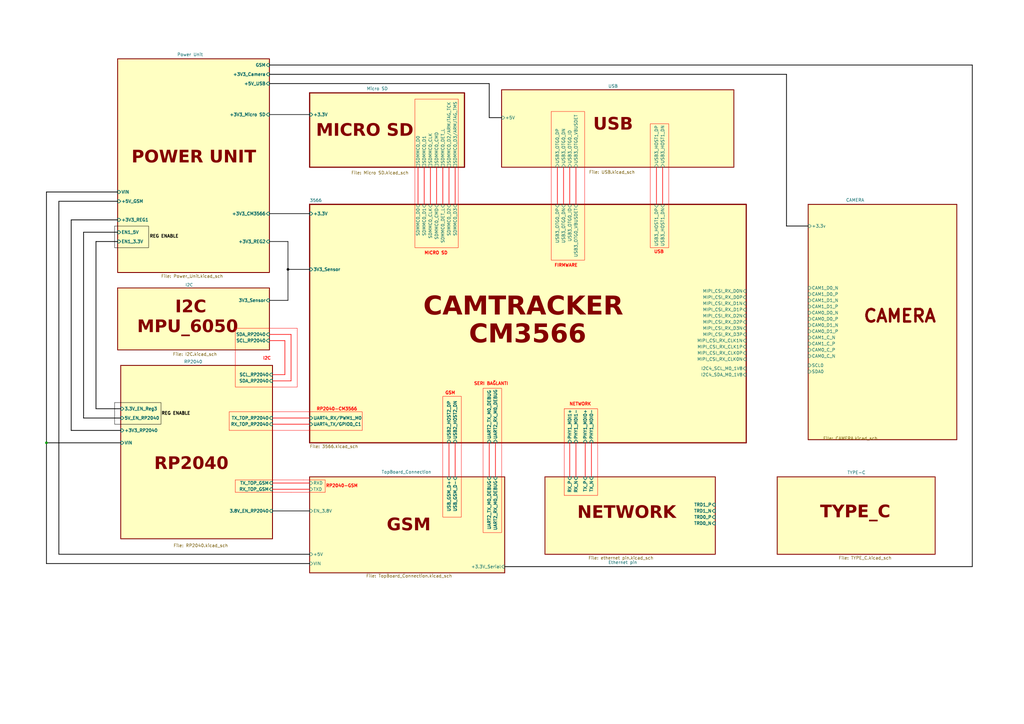
<source format=kicad_sch>
(kicad_sch
	(version 20231120)
	(generator "eeschema")
	(generator_version "8.0")
	(uuid "25e5aa8e-2696-44a3-8d3c-c2c53f2923cf")
	(paper "A3")
	(title_block
		(title "CamTracker")
		(date "2022-09-20")
		(rev "REV1")
		(company "SmartEQ Bilisim")
	)
	(lib_symbols)
	(junction
		(at 19.05 181.61)
		(diameter 0)
		(color 0 0 0 0)
		(uuid "9b0ecc22-6f9a-4b96-a078-7c5f6f169464")
	)
	(junction
		(at 118.11 110.49)
		(diameter 0)
		(color 0 0 0 1)
		(uuid "c847fc09-6e83-4b17-ae87-d7287296b04b")
	)
	(wire
		(pts
			(xy 181.61 68.58) (xy 181.61 83.82)
		)
		(stroke
			(width 0.254)
			(type default)
			(color 255 0 0 1)
		)
		(uuid "07853061-071d-43fa-9ed2-342e49f3a89f")
	)
	(wire
		(pts
			(xy 19.05 78.74) (xy 48.26 78.74)
		)
		(stroke
			(width 0.3048)
			(type default)
			(color 0 0 0 1)
		)
		(uuid "0dd1bc66-2e6f-498c-a90f-cf08d461cb72")
	)
	(wire
		(pts
			(xy 203.2 181.61) (xy 203.2 195.58)
		)
		(stroke
			(width 0.254)
			(type default)
			(color 255 0 0 1)
		)
		(uuid "15a612f5-4195-46c2-a942-3b9fdc3e71f3")
	)
	(polyline
		(pts
			(xy 124.46 196.85) (xy 133.35 196.85)
		)
		(stroke
			(width 0)
			(type default)
			(color 255 0 0 1)
		)
		(uuid "1af8ff67-1c37-4bb0-973b-033bf83715f4")
	)
	(wire
		(pts
			(xy 176.53 68.58) (xy 176.53 83.82)
		)
		(stroke
			(width 0.254)
			(type default)
			(color 255 0 0 1)
		)
		(uuid "1c078ad3-d9a1-40cd-a40a-8173324035bd")
	)
	(wire
		(pts
			(xy 184.15 181.61) (xy 184.15 195.58)
		)
		(stroke
			(width 0.254)
			(type default)
			(color 255 0 0 1)
		)
		(uuid "1c4aff12-02b0-40cf-8fbd-5a8968c67b88")
	)
	(wire
		(pts
			(xy 118.11 110.49) (xy 127 110.49)
		)
		(stroke
			(width 0.254)
			(type default)
			(color 0 0 0 1)
		)
		(uuid "230ade75-15f2-48b8-b80f-fcb045dfedfb")
	)
	(wire
		(pts
			(xy 110.49 87.63) (xy 127 87.63)
		)
		(stroke
			(width 0.254)
			(type default)
			(color 0 0 0 1)
		)
		(uuid "2438cad9-9a39-42ff-826a-d1adfc6b5d8f")
	)
	(wire
		(pts
			(xy 184.15 68.58) (xy 184.15 83.82)
		)
		(stroke
			(width 0.254)
			(type default)
			(color 255 0 0 1)
		)
		(uuid "25c433d6-a4cb-4e63-b2ff-da1aad0b4acf")
	)
	(wire
		(pts
			(xy 111.76 171.45) (xy 127 171.45)
		)
		(stroke
			(width 0.254)
			(type default)
			(color 255 0 0 1)
		)
		(uuid "26b6131e-ff14-420d-96de-f83c1c15d03a")
	)
	(wire
		(pts
			(xy 111.76 153.67) (xy 116.84 153.67)
		)
		(stroke
			(width 0.254)
			(type default)
			(color 255 0 0 1)
		)
		(uuid "2a1efa2e-96b3-4079-8918-c33627f0ab3e")
	)
	(wire
		(pts
			(xy 186.69 181.61) (xy 186.69 195.58)
		)
		(stroke
			(width 0.254)
			(type default)
			(color 255 0 0 1)
		)
		(uuid "2bd11906-baab-439e-8734-fd10272bca8b")
	)
	(wire
		(pts
			(xy 173.99 68.58) (xy 173.99 83.82)
		)
		(stroke
			(width 0.254)
			(type default)
			(color 255 0 0 1)
		)
		(uuid "2c2619aa-78e0-4d98-94ea-36ed43146643")
	)
	(wire
		(pts
			(xy 29.21 90.17) (xy 29.21 176.53)
		)
		(stroke
			(width 0.3048)
			(type default)
			(color 0 0 0 1)
		)
		(uuid "306bfa59-6813-46c7-beea-43ed96844a34")
	)
	(wire
		(pts
			(xy 236.22 181.61) (xy 236.22 195.58)
		)
		(stroke
			(width 0.254)
			(type default)
			(color 255 0 0 1)
		)
		(uuid "347597a1-a375-4eaa-a872-71051ca2372a")
	)
	(wire
		(pts
			(xy 271.78 68.58) (xy 271.78 83.82)
		)
		(stroke
			(width 0.254)
			(type default)
			(color 255 0 0 1)
		)
		(uuid "36fa52f2-8bca-48c2-bfb9-acdf50d17f58")
	)
	(wire
		(pts
			(xy 24.13 82.55) (xy 48.26 82.55)
		)
		(stroke
			(width 0.3048)
			(type default)
			(color 0 0 0 1)
		)
		(uuid "3f791115-98af-4b03-aeee-b193ea911553")
	)
	(wire
		(pts
			(xy 34.29 95.25) (xy 48.26 95.25)
		)
		(stroke
			(width 0.3048)
			(type default)
			(color 0 0 0 1)
		)
		(uuid "4443224d-488a-404e-9b35-351f45d33671")
	)
	(wire
		(pts
			(xy 231.14 68.58) (xy 231.14 83.82)
		)
		(stroke
			(width 0.254)
			(type default)
			(color 255 0 0 1)
		)
		(uuid "45c23cf8-7760-4a5b-9f0f-013bff14084e")
	)
	(wire
		(pts
			(xy 110.49 123.19) (xy 118.11 123.19)
		)
		(stroke
			(width 0.254)
			(type default)
			(color 0 0 0 1)
		)
		(uuid "460c8355-5421-403c-af75-23731246e9ef")
	)
	(wire
		(pts
			(xy 29.21 90.17) (xy 48.26 90.17)
		)
		(stroke
			(width 0.3048)
			(type default)
			(color 0 0 0 1)
		)
		(uuid "492aa702-7ee3-4b5b-9845-d88b61b09a33")
	)
	(wire
		(pts
			(xy 19.05 78.74) (xy 19.05 181.61)
		)
		(stroke
			(width 0.3048)
			(type default)
			(color 0 0 0 1)
		)
		(uuid "4dc95e8d-35f9-4ee8-bb0b-39ef637799e4")
	)
	(wire
		(pts
			(xy 34.29 171.45) (xy 49.53 171.45)
		)
		(stroke
			(width 0.3048)
			(type default)
			(color 0 0 0 1)
		)
		(uuid "506d66a8-80a2-400d-a5af-ac6030f9d22f")
	)
	(wire
		(pts
			(xy 19.05 181.61) (xy 49.53 181.61)
		)
		(stroke
			(width 0.3048)
			(type default)
			(color 0 0 0 1)
		)
		(uuid "50fd5b43-6292-4544-a88c-2926d9bd8b95")
	)
	(wire
		(pts
			(xy 111.76 173.99) (xy 127 173.99)
		)
		(stroke
			(width 0.254)
			(type default)
			(color 255 0 0 1)
		)
		(uuid "55905c46-92c0-4d49-b317-35ebb406ac55")
	)
	(wire
		(pts
			(xy 110.49 34.29) (xy 200.66 34.29)
		)
		(stroke
			(width 0.3048)
			(type default)
			(color 0 0 0 1)
		)
		(uuid "5ca89ed5-4a55-486b-9949-dd7dc0f7bfaa")
	)
	(wire
		(pts
			(xy 228.6 68.58) (xy 228.6 83.82)
		)
		(stroke
			(width 0.254)
			(type default)
			(color 255 0 0 1)
		)
		(uuid "5daf5413-198f-4fe9-9930-034d7f0fd1dd")
	)
	(wire
		(pts
			(xy 322.58 92.71) (xy 331.47 92.71)
		)
		(stroke
			(width 0.3048)
			(type default)
			(color 0 0 0 1)
		)
		(uuid "5ff1495a-c49f-477f-bf30-00532bb0bc23")
	)
	(wire
		(pts
			(xy 110.49 46.99) (xy 127 46.99)
		)
		(stroke
			(width 0.254)
			(type default)
			(color 0 0 0 1)
		)
		(uuid "60c3570b-8555-46a7-b301-87c3b19a7474")
	)
	(wire
		(pts
			(xy 179.07 68.58) (xy 179.07 83.82)
		)
		(stroke
			(width 0.254)
			(type default)
			(color 255 0 0 1)
		)
		(uuid "6ff2722d-86d0-4dc7-842a-be410e343d04")
	)
	(wire
		(pts
			(xy 233.68 68.58) (xy 233.68 83.82)
		)
		(stroke
			(width 0.254)
			(type default)
			(color 255 0 0 1)
		)
		(uuid "77228072-a532-4351-9d02-0864fcde049b")
	)
	(wire
		(pts
			(xy 200.66 34.29) (xy 200.66 48.26)
		)
		(stroke
			(width 0.3048)
			(type default)
			(color 0 0 0 1)
		)
		(uuid "84a0243b-1db2-4c03-8e3b-b967d8880ae2")
	)
	(wire
		(pts
			(xy 39.37 167.64) (xy 49.53 167.64)
		)
		(stroke
			(width 0.3048)
			(type default)
			(color 0 0 0 1)
		)
		(uuid "86fb4ed5-aea4-4d80-b0f4-10106500a231")
	)
	(wire
		(pts
			(xy 186.69 68.58) (xy 186.69 83.82)
		)
		(stroke
			(width 0.254)
			(type default)
			(color 255 0 0 1)
		)
		(uuid "88ae82d3-7cb4-40ab-a99f-6a283b46b502")
	)
	(wire
		(pts
			(xy 111.76 209.55) (xy 127 209.55)
		)
		(stroke
			(width 0.254)
			(type default)
			(color 0 0 0 1)
		)
		(uuid "8f9fafad-7f22-4a89-9ea5-5c5ca1d88c51")
	)
	(wire
		(pts
			(xy 110.49 26.67) (xy 398.78 26.67)
		)
		(stroke
			(width 0.3048)
			(type default)
			(color 0 0 0 1)
		)
		(uuid "95bcb342-b6f0-470b-b38b-dea8da76a086")
	)
	(wire
		(pts
			(xy 118.11 110.49) (xy 118.11 123.19)
		)
		(stroke
			(width 0.254)
			(type default)
			(color 0 0 0 1)
		)
		(uuid "a20326ae-726d-4f82-82fa-6e79772c13d4")
	)
	(wire
		(pts
			(xy 110.49 137.16) (xy 119.38 137.16)
		)
		(stroke
			(width 0.254)
			(type default)
			(color 255 0 0 1)
		)
		(uuid "a62de38c-2e92-44c4-972a-355c8ff57547")
	)
	(wire
		(pts
			(xy 240.03 181.61) (xy 240.03 195.58)
		)
		(stroke
			(width 0.254)
			(type default)
			(color 255 0 0 1)
		)
		(uuid "a840e9d0-44af-467f-a55c-14810e1f0faa")
	)
	(wire
		(pts
			(xy 200.66 48.26) (xy 205.74 48.26)
		)
		(stroke
			(width 0.3048)
			(type default)
			(color 0 0 0 1)
		)
		(uuid "aec02fd1-f0c9-4d14-821c-c264c98b1e4e")
	)
	(wire
		(pts
			(xy 233.68 181.61) (xy 233.68 195.58)
		)
		(stroke
			(width 0.254)
			(type default)
			(color 255 0 0 1)
		)
		(uuid "b071e0e5-6f56-4afc-ad93-9ca977edd212")
	)
	(wire
		(pts
			(xy 111.76 200.66) (xy 127 200.66)
		)
		(stroke
			(width 0.254)
			(type default)
			(color 255 0 0 1)
		)
		(uuid "b1ef7e10-bbe8-46aa-acff-652a2c4ec980")
	)
	(wire
		(pts
			(xy 171.45 68.58) (xy 171.45 83.82)
		)
		(stroke
			(width 0.254)
			(type default)
			(color 255 0 0 1)
		)
		(uuid "b201ef1d-56ae-4a51-b696-be8a712ada2b")
	)
	(wire
		(pts
			(xy 118.11 99.06) (xy 118.11 110.49)
		)
		(stroke
			(width 0.254)
			(type default)
			(color 0 0 0 1)
		)
		(uuid "b718500f-1448-4f4f-91bb-ecb85cc39b7e")
	)
	(wire
		(pts
			(xy 119.38 137.16) (xy 119.38 156.21)
		)
		(stroke
			(width 0.254)
			(type default)
			(color 255 0 0 1)
		)
		(uuid "ba1bf5ef-5042-4bf5-a968-7bc569445fd7")
	)
	(wire
		(pts
			(xy 29.21 176.53) (xy 49.53 176.53)
		)
		(stroke
			(width 0.3048)
			(type default)
			(color 0 0 0 1)
		)
		(uuid "baad9f45-8a10-4d95-b14e-73c64bb84202")
	)
	(wire
		(pts
			(xy 110.49 30.48) (xy 322.58 30.48)
		)
		(stroke
			(width 0.3048)
			(type default)
			(color 0 0 0 1)
		)
		(uuid "bdadeb1d-14c1-4d94-8483-e5222f33d505")
	)
	(wire
		(pts
			(xy 110.49 139.7) (xy 116.84 139.7)
		)
		(stroke
			(width 0.254)
			(type default)
			(color 255 0 0 1)
		)
		(uuid "bdc83ff0-9c82-4d33-84ba-a471f9b6f619")
	)
	(wire
		(pts
			(xy 116.84 139.7) (xy 116.84 153.67)
		)
		(stroke
			(width 0.254)
			(type default)
			(color 255 0 0 1)
		)
		(uuid "beacb67e-a92f-43db-aed1-e285e43e0ef5")
	)
	(wire
		(pts
			(xy 111.76 156.21) (xy 119.38 156.21)
		)
		(stroke
			(width 0.254)
			(type default)
			(color 255 0 0 1)
		)
		(uuid "c0c89e3a-7b15-4686-a395-d7fc9454b829")
	)
	(wire
		(pts
			(xy 24.13 82.55) (xy 24.13 227.33)
		)
		(stroke
			(width 0.3048)
			(type default)
			(color 0 0 0 1)
		)
		(uuid "c1d7bf64-e4f4-4d4b-b321-3fb9ea8ef8ba")
	)
	(wire
		(pts
			(xy 19.05 231.14) (xy 127 231.14)
		)
		(stroke
			(width 0.3048)
			(type default)
			(color 0 0 0 1)
		)
		(uuid "c653b7b6-9340-4f9c-962a-da855dd00bbf")
	)
	(wire
		(pts
			(xy 269.24 68.58) (xy 269.24 83.82)
		)
		(stroke
			(width 0.254)
			(type default)
			(color 255 0 0 1)
		)
		(uuid "c81886f3-3af3-44ca-84f2-9c602bba8429")
	)
	(wire
		(pts
			(xy 24.13 227.33) (xy 127 227.33)
		)
		(stroke
			(width 0.3048)
			(type default)
			(color 0 0 0 1)
		)
		(uuid "ca9c2b7e-6c3c-49b4-a04a-dfae38afa36b")
	)
	(wire
		(pts
			(xy 34.29 95.25) (xy 34.29 171.45)
		)
		(stroke
			(width 0.3048)
			(type default)
			(color 0 0 0 1)
		)
		(uuid "cb68eaef-7636-4a4f-9f99-2b3022a0aa2d")
	)
	(wire
		(pts
			(xy 110.49 99.06) (xy 118.11 99.06)
		)
		(stroke
			(width 0.254)
			(type default)
			(color 0 0 0 1)
		)
		(uuid "ce0e8216-4108-492e-a954-50e4a64eddfb")
	)
	(polyline
		(pts
			(xy 96.52 196.85) (xy 96.52 201.93)
		)
		(stroke
			(width 0)
			(type default)
			(color 255 0 0 1)
		)
		(uuid "d04f819f-6ffb-4d6b-b3c6-77af23297941")
	)
	(wire
		(pts
			(xy 242.57 181.61) (xy 242.57 195.58)
		)
		(stroke
			(width 0.254)
			(type default)
			(color 255 0 0 1)
		)
		(uuid "d25a3fbf-cdbc-4a01-b640-e1395efe61c4")
	)
	(wire
		(pts
			(xy 19.05 181.61) (xy 19.05 231.14)
		)
		(stroke
			(width 0.3048)
			(type default)
			(color 0 0 0 1)
		)
		(uuid "d649b8d9-0059-4659-b29e-1583d07b9a21")
	)
	(wire
		(pts
			(xy 39.37 99.06) (xy 39.37 167.64)
		)
		(stroke
			(width 0.3048)
			(type default)
			(color 0 0 0 1)
		)
		(uuid "da03981e-9da0-4c7b-86cf-16d3be616b51")
	)
	(polyline
		(pts
			(xy 96.52 201.93) (xy 119.38 201.93)
		)
		(stroke
			(width 0)
			(type default)
			(color 255 0 0 1)
		)
		(uuid "db9438cb-656c-4ec5-8af8-bc4890e553bb")
	)
	(polyline
		(pts
			(xy 96.52 196.85) (xy 124.46 196.85)
		)
		(stroke
			(width 0)
			(type default)
			(color 255 0 0 1)
		)
		(uuid "de731504-3cfd-41fe-acdd-4c7a67725afa")
	)
	(wire
		(pts
			(xy 236.22 68.58) (xy 236.22 83.82)
		)
		(stroke
			(width 0.254)
			(type default)
			(color 255 0 0 1)
		)
		(uuid "e5ae93c0-db1f-497f-af1e-8a1191e5fb2e")
	)
	(wire
		(pts
			(xy 398.78 26.67) (xy 398.78 232.41)
		)
		(stroke
			(width 0.3048)
			(type default)
			(color 0 0 0 1)
		)
		(uuid "eaeb0ed8-a582-4d33-b88f-4e4bec11539b")
	)
	(wire
		(pts
			(xy 207.01 232.41) (xy 398.78 232.41)
		)
		(stroke
			(width 0.3048)
			(type default)
			(color 0 0 0 1)
		)
		(uuid "f2b01686-7c39-49d4-9d39-a3e0fc1eaa46")
	)
	(polyline
		(pts
			(xy 133.35 196.85) (xy 133.35 201.93)
		)
		(stroke
			(width 0)
			(type default)
			(color 255 0 0 1)
		)
		(uuid "f2c38cdd-2d7c-4f95-8b29-896a1518cc82")
	)
	(wire
		(pts
			(xy 322.58 30.48) (xy 322.58 92.71)
		)
		(stroke
			(width 0.3048)
			(type default)
			(color 0 0 0 1)
		)
		(uuid "f6a8703a-ef14-4e90-81d0-1fdfc5bfa7ce")
	)
	(polyline
		(pts
			(xy 119.38 201.93) (xy 133.35 201.93)
		)
		(stroke
			(width 0)
			(type default)
			(color 255 0 0 1)
		)
		(uuid "f92f7d7d-ab91-4985-91d8-b677989b676d")
	)
	(wire
		(pts
			(xy 200.66 181.61) (xy 200.66 195.58)
		)
		(stroke
			(width 0.254)
			(type default)
			(color 255 0 0 1)
		)
		(uuid "fa8c17e1-c5d0-459b-8721-765b4cb8dade")
	)
	(wire
		(pts
			(xy 39.37 99.06) (xy 48.26 99.06)
		)
		(stroke
			(width 0.3048)
			(type default)
			(color 0 0 0 1)
		)
		(uuid "fabc60f9-e3a1-4847-b87a-54491da95e3b")
	)
	(wire
		(pts
			(xy 111.76 198.12) (xy 127 198.12)
		)
		(stroke
			(width 0.254)
			(type default)
			(color 255 0 0 1)
		)
		(uuid "fdb712ac-48c0-458b-b5c4-071994cbc488")
	)
	(rectangle
		(start 96.52 134.62)
		(end 121.92 158.75)
		(stroke
			(width 0)
			(type default)
			(color 255 0 0 1)
		)
		(fill
			(type none)
		)
		(uuid 17332177-51d5-475b-91f9-1ca6fea2c173)
	)
	(rectangle
		(start 46.99 165.1)
		(end 66.04 173.99)
		(stroke
			(width 0)
			(type default)
			(color 0 0 0 1)
		)
		(fill
			(type none)
		)
		(uuid 1d8ba962-913a-4590-bb02-99ed4489c5ab)
	)
	(rectangle
		(start 170.18 40.64)
		(end 187.96 101.6)
		(stroke
			(width 0)
			(type default)
			(color 255 0 0 1)
		)
		(fill
			(type none)
		)
		(uuid 31b1c959-6f4c-4c39-835a-bbcb4e557c54)
	)
	(rectangle
		(start 198.12 159.258)
		(end 205.74 218.44)
		(stroke
			(width 0)
			(type default)
			(color 255 0 0 1)
		)
		(fill
			(type none)
		)
		(uuid 3e58ca99-6771-4bff-ac3a-e6839504180e)
	)
	(rectangle
		(start 231.394 167.64)
		(end 245.11 203.2)
		(stroke
			(width 0)
			(type default)
			(color 255 0 0 1)
		)
		(fill
			(type none)
		)
		(uuid 51343f39-9bff-4c62-8b55-d15e57b007f7)
	)
	(rectangle
		(start 181.61 162.56)
		(end 189.23 212.09)
		(stroke
			(width 0)
			(type default)
			(color 255 0 0 1)
		)
		(fill
			(type none)
		)
		(uuid 5c962938-6063-4bb0-bd96-1bb43bc91893)
	)
	(rectangle
		(start 226.06 45.72)
		(end 239.776 106.68)
		(stroke
			(width 0)
			(type default)
			(color 255 0 0 1)
		)
		(fill
			(type none)
		)
		(uuid 5e3ccfaa-ebf5-4beb-958a-851eba1bd7bb)
	)
	(rectangle
		(start 46.99 92.71)
		(end 60.96 101.6)
		(stroke
			(width 0)
			(type default)
			(color 0 0 0 1)
		)
		(fill
			(type none)
		)
		(uuid 8ba4595a-9235-4e6e-af14-a3e834886e57)
	)
	(rectangle
		(start 266.7 50.8)
		(end 274.32 101.6)
		(stroke
			(width 0)
			(type default)
			(color 255 0 0 1)
		)
		(fill
			(type none)
		)
		(uuid e005b9f4-f970-4169-9e9b-ca7c9e0ecf2e)
	)
	(rectangle
		(start 93.98 168.91)
		(end 148.59 176.53)
		(stroke
			(width 0)
			(type default)
			(color 255 0 0 1)
		)
		(fill
			(type none)
		)
		(uuid fea90f85-85f1-462c-a17a-4a37b021f2b1)
	)
	(text "REG ENABLE"
		(exclude_from_sim no)
		(at 67.31 97.028 0)
		(effects
			(font
				(size 1.27 1.27)
				(thickness 0.254)
				(bold yes)
				(color 0 0 0 1)
			)
		)
		(uuid "02a71b67-8601-446e-a9b8-957f78e11666")
	)
	(text "SERI BAĞLANTI\n"
		(exclude_from_sim no)
		(at 201.422 157.48 0)
		(effects
			(font
				(size 1.27 1.27)
				(thickness 0.254)
				(bold yes)
				(color 255 0 0 1)
			)
		)
		(uuid "285de307-053b-4ce6-9c09-658c16f187a0")
	)
	(text "CM3566"
		(exclude_from_sim no)
		(at 216.408 139.446 0)
		(effects
			(font
				(face "Academy Engraved LET")
				(size 7.62 7.62)
				(thickness 0.508)
				(bold yes)
				(color 132 0 0 1)
			)
		)
		(uuid "3d347374-542d-4e1d-b834-1b5aae2def4e")
	)
	(text "GSM"
		(exclude_from_sim no)
		(at 167.64 216.916 0)
		(effects
			(font
				(face "Academy Engraved LET")
				(size 5.08 5.08)
				(thickness 0.508)
				(bold yes)
				(color 132 0 0 1)
			)
		)
		(uuid "570bb4d5-4a4d-4101-914e-a4dbdfc91d8f")
	)
	(text "RP2040"
		(exclude_from_sim no)
		(at 78.486 191.77 0)
		(effects
			(font
				(face "Academy Engraved LET")
				(size 5.08 5.08)
				(thickness 0.508)
				(bold yes)
				(color 132 0 0 1)
			)
		)
		(uuid "59011b64-68ed-4a61-8a75-3c2cfbc824f5")
	)
	(text "MICRO SD"
		(exclude_from_sim no)
		(at 178.816 103.886 0)
		(effects
			(font
				(size 1.27 1.27)
				(thickness 0.254)
				(bold yes)
				(color 255 0 0 1)
			)
		)
		(uuid "5fbc58c4-d9bc-4c0c-9b49-fa69678e446a")
	)
	(text "TYPE_C\n"
		(exclude_from_sim no)
		(at 350.774 211.582 0)
		(effects
			(font
				(face "Academy Engraved LET")
				(size 5.08 5.08)
				(thickness 0.508)
				(bold yes)
				(color 132 0 0 1)
			)
		)
		(uuid "6b69d749-810c-4a1b-a682-154bfe7a705d")
	)
	(text "RP2040-GSM"
		(exclude_from_sim no)
		(at 140.208 199.39 0)
		(effects
			(font
				(size 1.27 1.27)
				(thickness 0.254)
				(bold yes)
				(color 255 0 0 1)
			)
		)
		(uuid "7a7bceab-5052-4a0f-9ce5-c42c9b398ea2")
	)
	(text "RP2040-CM3566"
		(exclude_from_sim no)
		(at 138.176 167.894 0)
		(effects
			(font
				(size 1.27 1.27)
				(thickness 0.254)
				(bold yes)
				(color 255 0 0 1)
			)
		)
		(uuid "7cf7520f-9c37-4c59-a183-1e4004ddb6fa")
	)
	(text "REG ENABLE"
		(exclude_from_sim no)
		(at 72.136 169.672 0)
		(effects
			(font
				(size 1.27 1.27)
				(thickness 0.254)
				(bold yes)
				(color 0 0 0 1)
			)
		)
		(uuid "91493846-956f-4577-986a-fe833be27f51")
	)
	(text "FIRMWARE"
		(exclude_from_sim no)
		(at 232.156 108.966 0)
		(effects
			(font
				(size 1.27 1.27)
				(thickness 0.254)
				(bold yes)
				(color 255 0 0 1)
			)
		)
		(uuid "92668747-8b2c-4fa7-84d2-4bcacbb7c597")
	)
	(text "I2C"
		(exclude_from_sim no)
		(at 109.474 147.066 0)
		(effects
			(font
				(size 1.27 1.27)
				(thickness 0.254)
				(bold yes)
				(color 255 0 0 1)
			)
		)
		(uuid "9ce74471-e2af-4592-a908-8791670abf7a")
	)
	(text "CAMTRACKER"
		(exclude_from_sim no)
		(at 214.63 128.016 0)
		(effects
			(font
				(face "Academy Engraved LET")
				(size 7.62 7.62)
				(thickness 0.508)
				(bold yes)
				(color 132 0 0 1)
			)
		)
		(uuid "9e0998ce-2d25-49f8-9aa4-bdd044fe90a5")
	)
	(text "GSM"
		(exclude_from_sim no)
		(at 184.658 161.29 0)
		(effects
			(font
				(size 1.27 1.27)
				(thickness 0.254)
				(bold yes)
				(color 255 0 0 1)
			)
		)
		(uuid "a5319c70-4690-486b-87af-f33a2d4f2eed")
	)
	(text "I2C"
		(exclude_from_sim no)
		(at 78.232 127.508 0)
		(effects
			(font
				(face "Academy Engraved LET")
				(size 5.08 5.08)
				(thickness 0.508)
				(bold yes)
				(color 132 0 0 1)
			)
		)
		(uuid "bf3ab647-6806-4713-803a-8b4c239ea237")
	)
	(text "USB"
		(exclude_from_sim no)
		(at 251.46 52.578 0)
		(effects
			(font
				(face "Academy Engraved LET")
				(size 5.08 5.08)
				(thickness 0.508)
				(bold yes)
				(color 132 0 0 1)
			)
		)
		(uuid "c4e4a0bc-c880-4984-827b-0bc774964a7d")
	)
	(text "NETWORK"
		(exclude_from_sim no)
		(at 237.998 165.862 0)
		(effects
			(font
				(size 1.27 1.27)
				(thickness 0.254)
				(bold yes)
				(color 255 0 0 1)
			)
		)
		(uuid "c512ac93-f325-48e6-b27a-fc8825dd9972")
	)
	(text "POWER UNIT"
		(exclude_from_sim no)
		(at 79.502 66.04 0)
		(effects
			(font
				(face "Academy Engraved LET")
				(size 5.08 5.08)
				(thickness 0.508)
				(bold yes)
				(color 132 0 0 1)
			)
		)
		(uuid "c85f72a4-fe00-41b8-a594-8f2f58573777")
	)
	(text "MICRO SD\n"
		(exclude_from_sim no)
		(at 149.606 55.118 0)
		(effects
			(font
				(face "Academy Engraved LET")
				(size 5.08 5.08)
				(thickness 0.508)
				(bold yes)
				(color 132 0 0 1)
			)
		)
		(uuid "c917a56c-4b0d-48df-9ddd-bff3cdf2bbd0")
	)
	(text "CAMERA\n"
		(exclude_from_sim no)
		(at 369.062 129.794 0)
		(effects
			(font
				(size 5.08 5.08)
				(thickness 1.016)
				(bold yes)
				(color 132 0 0 1)
			)
		)
		(uuid "ca79d324-8055-49de-b482-2786a19f99cc")
	)
	(text "MPU_6050"
		(exclude_from_sim no)
		(at 76.962 135.636 0)
		(effects
			(font
				(face "Academy Engraved LET")
				(size 5.08 5.08)
				(thickness 0.508)
				(bold yes)
				(color 132 0 0 1)
			)
		)
		(uuid "d7dfa889-7c5d-43f5-baa6-16198f7ab3a8")
	)
	(text "NETWORK"
		(exclude_from_sim no)
		(at 257.048 211.836 0)
		(effects
			(font
				(face "Academy Engraved LET")
				(size 5.08 5.08)
				(thickness 0.508)
				(bold yes)
				(color 132 0 0 1)
			)
		)
		(uuid "e4a23ffd-ec05-4a45-b003-77744370636f")
	)
	(text "USB"
		(exclude_from_sim no)
		(at 270.256 103.378 0)
		(effects
			(font
				(size 1.27 1.27)
				(thickness 0.254)
				(bold yes)
				(color 255 0 0 1)
			)
		)
		(uuid "e7d14859-4772-48ee-af26-450202a1b7aa")
	)
	(sheet
		(at 49.53 149.86)
		(size 62.23 71.12)
		(stroke
			(width 0.381)
			(type solid)
		)
		(fill
			(color 255 255 194 1.0000)
		)
		(uuid "1147878d-87e6-4054-a960-524e5dd813b0")
		(property "Sheetname" "RP2040"
			(at 75.438 149.098 0)
			(effects
				(font
					(size 1.27 1.27)
				)
				(justify left bottom)
			)
		)
		(property "Sheetfile" "RP2040.kicad_sch"
			(at 71.12 223.012 0)
			(effects
				(font
					(size 1.27 1.27)
				)
				(justify left top)
			)
		)
		(pin "SDA_RP2040" input
			(at 111.76 156.21 0)
			(effects
				(font
					(size 1.27 1.27)
					(thickness 0.254)
					(bold yes)
				)
				(justify right)
			)
			(uuid "4be6db95-e146-420b-aca1-cf754c128a3b")
		)
		(pin "SCL_RP2040" input
			(at 111.76 153.67 0)
			(effects
				(font
					(size 1.27 1.27)
					(thickness 0.254)
					(bold yes)
				)
				(justify right)
			)
			(uuid "ac565da2-efea-4690-87fb-9a8ec7bfeeb0")
		)
		(pin "TX_TOP_RP2040" input
			(at 111.76 171.45 0)
			(effects
				(font
					(size 1.27 1.27)
					(thickness 0.254)
					(bold yes)
				)
				(justify right)
			)
			(uuid "abeea0ae-86a7-4f8b-a645-6bf752aa4f48")
		)
		(pin "RX_TOP_RP2040" input
			(at 111.76 173.99 0)
			(effects
				(font
					(size 1.27 1.27)
					(thickness 0.254)
					(bold yes)
				)
				(justify right)
			)
			(uuid "841e7abc-5593-4cb2-95d2-e2922c9ac72a")
		)
		(pin "TX_TOP_GSM" input
			(at 111.76 198.12 0)
			(effects
				(font
					(size 1.27 1.27)
					(thickness 0.254)
					(bold yes)
				)
				(justify right)
			)
			(uuid "2152f9d7-3682-4b75-9a51-d5a8073e3494")
		)
		(pin "RX_TOP_GSM" input
			(at 111.76 200.66 0)
			(effects
				(font
					(size 1.27 1.27)
					(thickness 0.254)
					(bold yes)
				)
				(justify right)
			)
			(uuid "d5829c85-f115-4f4b-b0e6-5018c9dbb817")
		)
		(pin "+3V3_RP2040" input
			(at 49.53 176.53 180)
			(effects
				(font
					(size 1.27 1.27)
					(thickness 0.254)
					(bold yes)
				)
				(justify left)
			)
			(uuid "5aa6cb7a-8ea2-423e-ad47-e0e32b4cab40")
		)
		(pin "3.8V_EN_RP2040" input
			(at 111.76 209.55 0)
			(effects
				(font
					(size 1.27 1.27)
					(thickness 0.254)
					(bold yes)
				)
				(justify right)
			)
			(uuid "6fcedf1d-892b-4699-afd5-5e066f2c0b2c")
		)
		(pin "5V_EN_RP2040" input
			(at 49.53 171.45 180)
			(effects
				(font
					(size 1.27 1.27)
					(thickness 0.254)
					(bold yes)
				)
				(justify left)
			)
			(uuid "bb0798bc-f6ec-4699-90d6-81377808fa36")
		)
		(pin "VIN" input
			(at 49.53 181.61 180)
			(effects
				(font
					(size 1.27 1.27)
					(thickness 0.254)
					(bold yes)
				)
				(justify left)
			)
			(uuid "d361f4fe-7cce-4747-9d5d-511c818d78e6")
		)
		(pin "3.3V_EN_Reg3" input
			(at 49.53 167.64 180)
			(effects
				(font
					(size 1.27 1.27)
					(thickness 0.254)
					(bold yes)
				)
				(justify left)
			)
			(uuid "0f22b888-f62b-4718-b95b-a1b032163a24")
		)
		(instances
			(project "Movita_3566_CT_Router_V2.0"
				(path "/25e5aa8e-2696-44a3-8d3c-c2c53f2923cf"
					(page "5")
				)
			)
		)
	)
	(sheet
		(at 127 195.58)
		(size 80.01 39.37)
		(stroke
			(width 0.381)
			(type solid)
		)
		(fill
			(color 255 255 194 1.0000)
		)
		(uuid "1988e811-771a-4880-9d51-b95ca24d711d")
		(property "Sheetname" "TopBoard_Connection"
			(at 156.464 194.31 0)
			(effects
				(font
					(size 1.27 1.27)
				)
				(justify left bottom)
			)
		)
		(property "Sheetfile" "TopBoard_Connection.kicad_sch"
			(at 150.114 235.458 0)
			(effects
				(font
					(size 1.27 1.27)
				)
				(justify left top)
			)
		)
		(pin "USB_GSM_D-" input
			(at 186.69 195.58 90)
			(effects
				(font
					(size 1.27 1.27)
					(thickness 0.254)
					(bold yes)
				)
				(justify right)
			)
			(uuid "32715bd4-8848-4734-b747-c110bf99b2d0")
		)
		(pin "USB_GSM_D+" input
			(at 184.15 195.58 90)
			(effects
				(font
					(size 1.27 1.27)
					(thickness 0.254)
					(bold yes)
				)
				(justify right)
			)
			(uuid "fc623207-25f3-43c7-aa50-e740a54d2231")
		)
		(pin "UART2_TX_M0_DEBUG" input
			(at 200.66 195.58 90)
			(effects
				(font
					(size 1.27 1.27)
					(thickness 0.254)
					(bold yes)
				)
				(justify right)
			)
			(uuid "518700dd-0dc5-4613-84fc-663f07577bef")
		)
		(pin "UART2_RX_M0_DEBUG" input
			(at 203.2 195.58 90)
			(effects
				(font
					(size 1.27 1.27)
					(thickness 0.254)
					(bold yes)
				)
				(justify right)
			)
			(uuid "27768cee-3415-4bbb-b4c5-e2b4446375f6")
		)
		(pin "VIN" input
			(at 127 231.14 180)
			(effects
				(font
					(size 1.27 1.27)
				)
				(justify left)
			)
			(uuid "c3cbf7c9-02cf-4c12-b8d0-df8a67558279")
		)
		(pin "RXD" input
			(at 127 198.12 180)
			(effects
				(font
					(size 1.27 1.27)
				)
				(justify left)
			)
			(uuid "d97981cb-7715-427b-bff9-c0fb0a25364f")
		)
		(pin "TXD" input
			(at 127 200.66 180)
			(effects
				(font
					(size 1.27 1.27)
				)
				(justify left)
			)
			(uuid "43158366-db55-49e3-8e9b-7623d0d2c5de")
		)
		(pin "EN_3.8V" input
			(at 127 209.55 180)
			(effects
				(font
					(size 1.27 1.27)
				)
				(justify left)
			)
			(uuid "97ca636b-f091-4e5a-9c9d-241202b2047b")
		)
		(pin "+5V" input
			(at 127 227.33 180)
			(effects
				(font
					(size 1.27 1.27)
				)
				(justify left)
			)
			(uuid "5abb35f2-30a0-4c06-9fa1-6af10ad8711a")
		)
		(pin "+3.3V_Serial" input
			(at 207.01 232.41 0)
			(effects
				(font
					(size 1.27 1.27)
				)
				(justify right)
			)
			(uuid "03d824e2-2058-4b2d-8287-529d488b2a4f")
		)
		(instances
			(project "Movita_3566_CT_Router_V2.0"
				(path "/25e5aa8e-2696-44a3-8d3c-c2c53f2923cf"
					(page "7")
				)
			)
		)
	)
	(sheet
		(at 48.26 118.11)
		(size 62.23 25.4)
		(stroke
			(width 0.381)
			(type solid)
		)
		(fill
			(color 255 255 194 1.0000)
		)
		(uuid "383fcf5a-65f6-49c3-bf77-797c72e18f88")
		(property "Sheetname" "I2C"
			(at 75.946 117.602 0)
			(effects
				(font
					(size 1.27 1.27)
				)
				(justify left bottom)
			)
		)
		(property "Sheetfile" "I2C.kicad_sch"
			(at 70.866 144.526 0)
			(effects
				(font
					(size 1.27 1.27)
				)
				(justify left top)
			)
		)
		(pin "3V3_Sensor" input
			(at 110.49 123.19 0)
			(effects
				(font
					(size 1.27 1.27)
					(thickness 0.254)
					(bold yes)
				)
				(justify right)
			)
			(uuid "2ae350fe-b0c5-42aa-8fb6-b2ec07e527bb")
		)
		(pin "SDA_RP2040" input
			(at 110.49 137.16 0)
			(effects
				(font
					(size 1.27 1.27)
					(thickness 0.254)
					(bold yes)
				)
				(justify right)
			)
			(uuid "fdc3a155-7df9-4484-9c0d-4fd58101c693")
		)
		(pin "SCL_RP2040" input
			(at 110.49 139.7 0)
			(effects
				(font
					(size 1.27 1.27)
					(thickness 0.254)
					(bold yes)
				)
				(justify right)
			)
			(uuid "a6b12abc-13fa-4b12-9b97-e14d1938a071")
		)
		(instances
			(project "Movita_3566_CT_Router_V2.0"
				(path "/25e5aa8e-2696-44a3-8d3c-c2c53f2923cf"
					(page "8")
				)
			)
		)
	)
	(sheet
		(at 127 83.82)
		(size 179.07 97.79)
		(fields_autoplaced yes)
		(stroke
			(width 0.508)
			(type solid)
			(color 132 0 0 1)
		)
		(fill
			(color 255 255 194 1.0000)
		)
		(uuid "5bc3c318-bd5f-4941-a50a-f3947ca4cb24")
		(property "Sheetname" "3566"
			(at 127 82.9306 0)
			(effects
				(font
					(size 1.27 1.27)
				)
				(justify left bottom)
			)
		)
		(property "Sheetfile" "3566.kicad_sch"
			(at 127 182.3724 0)
			(effects
				(font
					(size 1.27 1.27)
				)
				(justify left top)
			)
		)
		(pin "MIPI_CSI_RX_D1N" input
			(at 306.07 124.46 0)
			(effects
				(font
					(size 1.27 1.27)
				)
				(justify right)
			)
			(uuid "3bf40d95-7d05-4f2f-a5d9-b7446960526c")
		)
		(pin "MIPI_CSI_RX_D1P" input
			(at 306.07 127 0)
			(effects
				(font
					(size 1.27 1.27)
				)
				(justify right)
			)
			(uuid "f29d6479-d77e-4cc8-a736-ffd206c5a188")
		)
		(pin "MIPI_CSI_RX_D2N" input
			(at 306.07 129.54 0)
			(effects
				(font
					(size 1.27 1.27)
				)
				(justify right)
			)
			(uuid "1044a961-e4d5-4514-8404-6f8d08f70132")
		)
		(pin "MIPI_CSI_RX_D2P" input
			(at 306.07 132.08 0)
			(effects
				(font
					(size 1.27 1.27)
				)
				(justify right)
			)
			(uuid "3a79b6c0-3cab-42b7-879c-440f57e5d38c")
		)
		(pin "MIPI_CSI_RX_D3P" input
			(at 306.07 137.16 0)
			(effects
				(font
					(size 1.27 1.27)
				)
				(justify right)
			)
			(uuid "e08ac2c1-5c07-4065-b9aa-649c42abdb4f")
		)
		(pin "MIPI_CSI_RX_D3N" input
			(at 306.07 134.62 0)
			(effects
				(font
					(size 1.27 1.27)
				)
				(justify right)
			)
			(uuid "b432de92-61e5-4931-91e5-30696c24b990")
		)
		(pin "MIPI_CSI_RX_CLK1P" input
			(at 306.07 142.24 0)
			(effects
				(font
					(size 1.27 1.27)
				)
				(justify right)
			)
			(uuid "86df3de8-d565-4b44-a275-834e7a48c7a8")
		)
		(pin "MIPI_CSI_RX_CLK1N" input
			(at 306.07 139.7 0)
			(effects
				(font
					(size 1.27 1.27)
				)
				(justify right)
			)
			(uuid "bee9c149-79a5-4ec5-b516-3dcaba4601eb")
		)
		(pin "+3.3V" input
			(at 127 87.63 180)
			(effects
				(font
					(size 1.27 1.27)
					(thickness 0.254)
					(bold yes)
				)
				(justify left)
			)
			(uuid "03d75f8b-d531-428e-a9a2-e73c23e0debb")
		)
		(pin "MIPI_CSI_RX_D0P" input
			(at 306.07 121.92 0)
			(effects
				(font
					(size 1.27 1.27)
				)
				(justify right)
			)
			(uuid "de596059-3d47-40f0-b8ea-7a98fe13417c")
		)
		(pin "MIPI_CSI_RX_CLK0P" input
			(at 306.07 144.78 0)
			(effects
				(font
					(size 1.27 1.27)
				)
				(justify right)
			)
			(uuid "11fc2b22-25b8-487f-aed4-408495e6d476")
		)
		(pin "MIPI_CSI_RX_D0N" input
			(at 306.07 119.38 0)
			(effects
				(font
					(size 1.27 1.27)
				)
				(justify right)
			)
			(uuid "9cfc5912-c329-41d4-9cd4-c78e6eb09fbb")
		)
		(pin "MIPI_CSI_RX_CLK0N" input
			(at 306.07 147.32 0)
			(effects
				(font
					(size 1.27 1.27)
				)
				(justify right)
			)
			(uuid "bf83b66b-8cb8-4f0c-9d4b-027fd8a5e1a9")
		)
		(pin "UART4_RX{slash}PWM1_M0" input
			(at 127 171.45 180)
			(effects
				(font
					(size 1.27 1.27)
					(thickness 0.254)
					(bold yes)
				)
				(justify left)
			)
			(uuid "5a773a71-ff90-4bec-bd8a-75576c425b55")
		)
		(pin "UART4_TX{slash}GPIO0_C1" input
			(at 127 173.99 180)
			(effects
				(font
					(size 1.27 1.27)
					(thickness 0.254)
					(bold yes)
				)
				(justify left)
			)
			(uuid "281afe5c-bd4d-4145-aff5-4c0b40d1c22c")
		)
		(pin "USB2_HOST2_DP" input
			(at 184.15 181.61 270)
			(effects
				(font
					(size 1.27 1.27)
					(thickness 0.254)
					(bold yes)
				)
				(justify left)
			)
			(uuid "036c649c-5728-4810-882a-0824f80c12de")
		)
		(pin "USB2_HOST2_DN" input
			(at 186.69 181.61 270)
			(effects
				(font
					(size 1.27 1.27)
					(thickness 0.254)
					(bold yes)
				)
				(justify left)
			)
			(uuid "52f66ad8-5811-45b8-b9c8-c03869e8bd03")
		)
		(pin "I2C4_SDA_M0_1V8" input
			(at 306.07 153.67 0)
			(effects
				(font
					(size 1.27 1.27)
				)
				(justify right)
			)
			(uuid "3491d938-bb22-49f1-8975-4e74ff041a0a")
		)
		(pin "I2C4_SCL_M0_1V8" input
			(at 306.07 151.13 0)
			(effects
				(font
					(size 1.27 1.27)
				)
				(justify right)
			)
			(uuid "c411e3cb-f29a-4553-af44-5c73ee8396ab")
		)
		(pin "PHY1_MDI1-" input
			(at 236.22 181.61 270)
			(effects
				(font
					(size 1.27 1.27)
					(thickness 0.254)
					(bold yes)
				)
				(justify left)
			)
			(uuid "7099f399-7117-4b12-8972-7d9bd9baa30a")
		)
		(pin "PHY1_MDI0-" input
			(at 242.57 181.61 270)
			(effects
				(font
					(size 1.27 1.27)
					(thickness 0.254)
					(bold yes)
				)
				(justify left)
			)
			(uuid "08d939a7-09ed-40c6-9764-9576cbbcd137")
		)
		(pin "PHY1_MDI1+" input
			(at 233.68 181.61 270)
			(effects
				(font
					(size 1.27 1.27)
					(thickness 0.254)
					(bold yes)
				)
				(justify left)
			)
			(uuid "f85aaea2-5cee-48bd-9af5-a38b90c0ce91")
		)
		(pin "PHY1_MDI0+" input
			(at 240.03 181.61 270)
			(effects
				(font
					(size 1.27 1.27)
					(thickness 0.254)
					(bold yes)
				)
				(justify left)
			)
			(uuid "b82e70da-f6d7-4546-9120-d45c2c8a31c0")
		)
		(pin "3V3_Sensor" input
			(at 127 110.49 180)
			(effects
				(font
					(size 1.27 1.27)
					(thickness 0.254)
					(bold yes)
				)
				(justify left)
			)
			(uuid "0add6b16-c183-464f-846c-3632315b5e75")
		)
		(pin "USB3_OTG0_VBUSDET" input
			(at 236.22 83.82 90)
			(effects
				(font
					(size 1.27 1.27)
				)
				(justify right)
			)
			(uuid "011951e0-1095-40a8-b194-9be05cbb213a")
		)
		(pin "USB3_OTG0_ID" input
			(at 233.68 83.82 90)
			(effects
				(font
					(size 1.27 1.27)
				)
				(justify right)
			)
			(uuid "f55be649-7905-4648-b3c6-3f78ff578d97")
		)
		(pin "USB3_OTG0_DP" input
			(at 228.6 83.82 90)
			(effects
				(font
					(size 1.27 1.27)
				)
				(justify right)
			)
			(uuid "84a84757-c791-45e4-9e01-df00c4e01fa9")
		)
		(pin "USB3_HOST1_DN" input
			(at 271.78 83.82 90)
			(effects
				(font
					(size 1.27 1.27)
				)
				(justify right)
			)
			(uuid "09a9301e-3b8d-4f62-bc57-13cb1e2d07a1")
		)
		(pin "USB3_OTG0_DN" input
			(at 231.14 83.82 90)
			(effects
				(font
					(size 1.27 1.27)
				)
				(justify right)
			)
			(uuid "30c41901-1472-427f-b3d4-4519afa671ba")
		)
		(pin "USB3_HOST1_DP" input
			(at 269.24 83.82 90)
			(effects
				(font
					(size 1.27 1.27)
				)
				(justify right)
			)
			(uuid "2167c7b8-b0a5-4284-9d48-6bfdfde95d13")
		)
		(pin "UART2_TX_M0_DEBUG" input
			(at 200.66 181.61 270)
			(effects
				(font
					(size 1.27 1.27)
					(thickness 0.254)
					(bold yes)
				)
				(justify left)
			)
			(uuid "4584386e-2dbb-4a42-954e-9d48b539070f")
		)
		(pin "UART2_RX_M0_DEBUG" input
			(at 203.2 181.61 270)
			(effects
				(font
					(size 1.27 1.27)
					(thickness 0.254)
					(bold yes)
				)
				(justify left)
			)
			(uuid "18ba28bf-e798-424a-ab76-b3602cf4ba34")
		)
		(pin "SDMMC0_DET_L" input
			(at 181.61 83.82 90)
			(effects
				(font
					(size 1.27 1.27)
				)
				(justify right)
			)
			(uuid "e1b486a7-eaf8-4de3-a806-9c1b566ed319")
		)
		(pin "SDMMC0_CLK" input
			(at 176.53 83.82 90)
			(effects
				(font
					(size 1.27 1.27)
				)
				(justify right)
			)
			(uuid "1c0cf0ff-e691-43c7-958c-a8dd97ff6680")
		)
		(pin "SDMMC0_CMD" input
			(at 179.07 83.82 90)
			(effects
				(font
					(size 1.27 1.27)
				)
				(justify right)
			)
			(uuid "c62256a7-f351-4e8b-a6b5-255b3548e79f")
		)
		(pin "SDMMC0_D3" input
			(at 186.69 83.82 90)
			(effects
				(font
					(size 1.27 1.27)
				)
				(justify right)
			)
			(uuid "6aadc7cc-7a2c-4e7d-90db-408fcc25fae0")
		)
		(pin "SDMMC0_D0" input
			(at 171.45 83.82 90)
			(effects
				(font
					(size 1.27 1.27)
				)
				(justify right)
			)
			(uuid "17719a6b-5fa7-475f-8019-faa8732d9149")
		)
		(pin "SDMMC0_D2" input
			(at 184.15 83.82 90)
			(effects
				(font
					(size 1.27 1.27)
				)
				(justify right)
			)
			(uuid "6513ab7f-f480-4e75-a742-e02bd524d645")
		)
		(pin "SDMMC0_D1" input
			(at 173.99 83.82 90)
			(effects
				(font
					(size 1.27 1.27)
				)
				(justify right)
			)
			(uuid "8e5302dd-a876-49d8-a28a-4105a58ec11f")
		)
		(instances
			(project "Movita_3566_CT_Router_V2.0"
				(path "/25e5aa8e-2696-44a3-8d3c-c2c53f2923cf"
					(page "11")
				)
			)
		)
	)
	(sheet
		(at 205.74 36.83)
		(size 95.25 31.75)
		(stroke
			(width 0.381)
			(type solid)
		)
		(fill
			(color 255 255 194 1.0000)
		)
		(uuid "62d26b0b-2db9-4fe2-ac72-e0fedbabb9b7")
		(property "Sheetname" "USB"
			(at 249.428 36.068 0)
			(effects
				(font
					(size 1.27 1.27)
				)
				(justify left bottom)
			)
		)
		(property "Sheetfile" "USB.kicad_sch"
			(at 241.554 69.85 0)
			(effects
				(font
					(size 1.27 1.27)
				)
				(justify left top)
			)
		)
		(pin "+5V" input
			(at 205.74 48.26 180)
			(effects
				(font
					(size 1.27 1.27)
				)
				(justify left)
			)
			(uuid "8b551db2-e5b0-494f-81ae-7a2300172cdb")
		)
		(pin "USB3_OTG0_VBUSDET" input
			(at 236.22 68.58 270)
			(effects
				(font
					(size 1.27 1.27)
				)
				(justify left)
			)
			(uuid "36b07b0e-8a6d-4ea9-9dc6-2fad739d6b5c")
		)
		(pin "USB3_HOST1_DP" input
			(at 269.24 68.58 270)
			(effects
				(font
					(size 1.27 1.27)
				)
				(justify left)
			)
			(uuid "a73b1af1-765b-4d86-bc43-955f95ed9c1b")
		)
		(pin "USB3_HOST1_DN" input
			(at 271.78 68.58 270)
			(effects
				(font
					(size 1.27 1.27)
				)
				(justify left)
			)
			(uuid "8a305a26-5894-40b5-bd1f-5d7892a651cd")
		)
		(pin "USB3_OTG0_ID" input
			(at 233.68 68.58 270)
			(effects
				(font
					(size 1.27 1.27)
				)
				(justify left)
			)
			(uuid "50660436-36f6-4059-bbee-86b8bf572933")
		)
		(pin "USB3_OTG0_DP" input
			(at 228.6 68.58 270)
			(effects
				(font
					(size 1.27 1.27)
				)
				(justify left)
			)
			(uuid "55d7f876-d52d-4457-8bec-cc1806d72f6a")
		)
		(pin "USB3_OTG0_DN" input
			(at 231.14 68.58 270)
			(effects
				(font
					(size 1.27 1.27)
				)
				(justify left)
			)
			(uuid "a8e0493a-d191-4526-91b1-a1b0f4ae892b")
		)
		(instances
			(project "Movita_3566_CT_Router_V2.0"
				(path "/25e5aa8e-2696-44a3-8d3c-c2c53f2923cf"
					(page "12")
				)
			)
		)
	)
	(sheet
		(at 331.47 83.82)
		(size 60.96 96.52)
		(stroke
			(width 0.381)
			(type solid)
		)
		(fill
			(color 255 255 194 1.0000)
		)
		(uuid "b95e0e73-b949-4c37-857a-15cd5fafca64")
		(property "Sheetname" "CAMERA"
			(at 346.964 82.804 0)
			(effects
				(font
					(size 1.27 1.27)
				)
				(justify left bottom)
			)
		)
		(property "Sheetfile" "CAMERA.kicad_sch"
			(at 337.566 179.07 0)
			(effects
				(font
					(size 1.27 1.27)
				)
				(justify left top)
			)
		)
		(pin "CAM1_D0_N" input
			(at 331.47 118.11 180)
			(effects
				(font
					(size 1.27 1.27)
				)
				(justify left)
			)
			(uuid "48571ffb-e4c6-4334-8193-dacc25614b95")
		)
		(pin "CAM1_D0_P" input
			(at 331.47 120.65 180)
			(effects
				(font
					(size 1.27 1.27)
				)
				(justify left)
			)
			(uuid "8b19c6f7-96b8-40af-85bb-5a7b50e25b76")
		)
		(pin "CAM1_D1_N" input
			(at 331.47 123.19 180)
			(effects
				(font
					(size 1.27 1.27)
				)
				(justify left)
			)
			(uuid "ae832062-72d7-47fb-ad5c-01e8b02aa76f")
		)
		(pin "CAM1_D1_P" input
			(at 331.47 125.73 180)
			(effects
				(font
					(size 1.27 1.27)
				)
				(justify left)
			)
			(uuid "be8d1773-0adb-441a-9d3c-72313bda2d9b")
		)
		(pin "CAM1_C_N" input
			(at 331.47 138.43 180)
			(effects
				(font
					(size 1.27 1.27)
				)
				(justify left)
			)
			(uuid "ab185162-529e-4e04-9980-915fbe47cf62")
		)
		(pin "CAM1_C_P" input
			(at 331.47 140.97 180)
			(effects
				(font
					(size 1.27 1.27)
				)
				(justify left)
			)
			(uuid "0c4eeb28-3245-41b7-a2b2-82d8c08f2fec")
		)
		(pin "SDA0" input
			(at 331.47 152.4 180)
			(effects
				(font
					(size 1.27 1.27)
				)
				(justify left)
			)
			(uuid "f7cf2140-66a6-4554-897a-0614695cd48d")
		)
		(pin "SCL0" input
			(at 331.47 149.86 180)
			(effects
				(font
					(size 1.27 1.27)
				)
				(justify left)
			)
			(uuid "3a1af365-105a-4b6f-8963-b02104e5d61b")
		)
		(pin "+3.3v" input
			(at 331.47 92.71 180)
			(effects
				(font
					(size 1.27 1.27)
				)
				(justify left)
			)
			(uuid "f8c334ac-a99f-455a-bd89-d0b48762c40c")
		)
		(pin "CAM0_D0_N" input
			(at 331.47 128.27 180)
			(effects
				(font
					(size 1.27 1.27)
				)
				(justify left)
			)
			(uuid "31f3509d-ade2-4541-b2b8-e13760bfc98b")
		)
		(pin "CAM0_D0_P" input
			(at 331.47 130.81 180)
			(effects
				(font
					(size 1.27 1.27)
				)
				(justify left)
			)
			(uuid "8cd1cc12-71ec-4a3d-a976-95e1cecb49db")
		)
		(pin "CAM0_D1_N" input
			(at 331.47 133.35 180)
			(effects
				(font
					(size 1.27 1.27)
				)
				(justify left)
			)
			(uuid "20a5ca83-38db-4184-8af9-8ae45ef01fef")
		)
		(pin "CAM0_D1_P" input
			(at 331.47 135.89 180)
			(effects
				(font
					(size 1.27 1.27)
				)
				(justify left)
			)
			(uuid "3843e1ef-f102-418e-90cf-ae9b1e1df446")
		)
		(pin "CAM0_C_N" input
			(at 331.47 146.05 180)
			(effects
				(font
					(size 1.27 1.27)
				)
				(justify left)
			)
			(uuid "43cb0d85-46b8-4d97-9024-cdadd7b933cd")
		)
		(pin "CAM0_C_P" input
			(at 331.47 143.51 180)
			(effects
				(font
					(size 1.27 1.27)
				)
				(justify left)
			)
			(uuid "019ab42c-5150-46e9-ba7a-b719c7a31593")
		)
		(instances
			(project "Movita_3566_CT_Router_V2.0"
				(path "/25e5aa8e-2696-44a3-8d3c-c2c53f2923cf"
					(page "12")
				)
			)
		)
	)
	(sheet
		(at 48.26 24.13)
		(size 62.23 87.63)
		(stroke
			(width 0.381)
			(type solid)
		)
		(fill
			(color 255 255 194 1.0000)
		)
		(uuid "c678bd8c-5c82-4d82-9e56-953defc53f40")
		(property "Sheetname" "Power Unit"
			(at 72.644 23.114 0)
			(effects
				(font
					(size 1.27 1.27)
				)
				(justify left bottom)
			)
		)
		(property "Sheetfile" "Power_Unit.kicad_sch"
			(at 66.04 112.522 0)
			(effects
				(font
					(size 1.27 1.27)
				)
				(justify left top)
			)
		)
		(pin "EN1_5V" input
			(at 48.26 95.25 180)
			(effects
				(font
					(size 1.27 1.27)
					(thickness 0.254)
					(bold yes)
				)
				(justify left)
			)
			(uuid "aacf0657-5df7-4a7a-9ec7-54a39510aab5")
		)
		(pin "EN1_3.3V" input
			(at 48.26 99.06 180)
			(effects
				(font
					(size 1.27 1.27)
					(thickness 0.254)
					(bold yes)
				)
				(justify left)
			)
			(uuid "d385e804-5716-405f-b236-c116ebed4c7f")
		)
		(pin "VIN" input
			(at 48.26 78.74 180)
			(effects
				(font
					(size 1.27 1.27)
					(thickness 0.254)
					(bold yes)
				)
				(justify left)
			)
			(uuid "4b53fe8e-c6d4-4c2f-a720-235e5315c710")
		)
		(pin "+3V3_REG1" input
			(at 48.26 90.17 180)
			(effects
				(font
					(size 1.27 1.27)
					(thickness 0.254)
					(bold yes)
				)
				(justify left)
			)
			(uuid "302d7a6b-7d67-435b-b30f-541474baa98e")
		)
		(pin "+3V3_REG2" input
			(at 110.49 99.06 0)
			(effects
				(font
					(size 1.27 1.27)
					(thickness 0.254)
					(bold yes)
				)
				(justify right)
			)
			(uuid "670b4cbe-1399-44d7-8787-0db517f6e495")
		)
		(pin "+3V3_CM3566" input
			(at 110.49 87.63 0)
			(effects
				(font
					(size 1.27 1.27)
					(thickness 0.254)
					(bold yes)
				)
				(justify right)
			)
			(uuid "a90ba0c6-1c27-410a-8947-b57821d54214")
		)
		(pin "+3V3_Micro SD" input
			(at 110.49 46.99 0)
			(effects
				(font
					(size 1.27 1.27)
					(thickness 0.254)
					(bold yes)
				)
				(justify right)
			)
			(uuid "5e304dea-c871-4b52-bf4a-bcde34c11b5a")
		)
		(pin "GSM" input
			(at 110.49 26.67 0)
			(effects
				(font
					(size 1.27 1.27)
					(thickness 0.254)
					(bold yes)
				)
				(justify right)
			)
			(uuid "a9620e75-01d8-4884-ba58-69e59d840c65")
		)
		(pin "+3V3_Camera" input
			(at 110.49 30.48 0)
			(effects
				(font
					(size 1.27 1.27)
					(thickness 0.254)
					(bold yes)
				)
				(justify right)
			)
			(uuid "3801c475-10d1-4752-b6fa-700c4542c0e3")
		)
		(pin "+5V_GSM" input
			(at 48.26 82.55 180)
			(effects
				(font
					(size 1.27 1.27)
					(thickness 0.254)
					(bold yes)
				)
				(justify left)
			)
			(uuid "d97f7df3-e559-4085-b0e6-061b7f58b4fc")
		)
		(pin "+5V_USB" input
			(at 110.49 34.29 0)
			(effects
				(font
					(size 1.27 1.27)
					(thickness 0.254)
					(bold yes)
				)
				(justify right)
			)
			(uuid "ed9c9801-609f-4022-8d4c-4195f4eb3c76")
		)
		(instances
			(project "Movita_3566_CT_Router_V2.0"
				(path "/25e5aa8e-2696-44a3-8d3c-c2c53f2923cf"
					(page "4")
				)
			)
		)
	)
	(sheet
		(at 223.52 195.58)
		(size 69.85 31.75)
		(stroke
			(width 0.381)
			(type solid)
		)
		(fill
			(color 255 255 194 1.0000)
		)
		(uuid "cc573126-09a5-458d-aef4-03d1a49e48a2")
		(property "Sheetname" "Ethernet pin"
			(at 249.428 231.394 0)
			(effects
				(font
					(size 1.27 1.27)
				)
				(justify left bottom)
			)
		)
		(property "Sheetfile" "ethernet pin.kicad_sch"
			(at 241.3 228.092 0)
			(effects
				(font
					(size 1.27 1.27)
				)
				(justify left top)
			)
		)
		(pin "RX_P" input
			(at 233.68 195.58 90)
			(effects
				(font
					(size 1.27 1.27)
					(thickness 0.254)
					(bold yes)
				)
				(justify right)
			)
			(uuid "2ad000b6-6695-4f0a-889d-39f280d5b777")
		)
		(pin "RX_N" input
			(at 236.22 195.58 90)
			(effects
				(font
					(size 1.27 1.27)
					(thickness 0.254)
					(bold yes)
				)
				(justify right)
			)
			(uuid "eb1940f2-a94e-4c29-afe7-e6760f20991f")
		)
		(pin "TX_P" input
			(at 240.03 195.58 90)
			(effects
				(font
					(size 1.27 1.27)
					(thickness 0.254)
					(bold yes)
				)
				(justify right)
			)
			(uuid "9816fbca-be8f-455a-9370-27af20ae4f35")
		)
		(pin "TX_N" input
			(at 242.57 195.58 90)
			(effects
				(font
					(size 1.27 1.27)
					(thickness 0.254)
					(bold yes)
				)
				(justify right)
			)
			(uuid "e3a73258-0b17-4e66-ba65-a810617dc791")
		)
		(pin "TRD1_P" input
			(at 293.37 207.01 0)
			(effects
				(font
					(size 1.27 1.27)
					(thickness 0.254)
					(bold yes)
				)
				(justify right)
			)
			(uuid "1add62c7-397c-4444-9988-aaee2e402df7")
		)
		(pin "TRD1_N" input
			(at 293.37 209.55 0)
			(effects
				(font
					(size 1.27 1.27)
					(thickness 0.254)
					(bold yes)
				)
				(justify right)
			)
			(uuid "488200f0-0e0b-4372-9ee2-55ce45533089")
		)
		(pin "TRD0_P" input
			(at 293.37 212.09 0)
			(effects
				(font
					(size 1.27 1.27)
					(thickness 0.254)
					(bold yes)
				)
				(justify right)
			)
			(uuid "b754c36d-ca1c-4fba-b9c5-774e80e96bc9")
		)
		(pin "TRD0_N" input
			(at 293.37 214.63 0)
			(effects
				(font
					(size 1.27 1.27)
					(thickness 0.254)
					(bold yes)
				)
				(justify right)
			)
			(uuid "9455484d-678c-461b-a256-42f579a84ac5")
		)
		(instances
			(project "Movita_3566_CT_Router_V2.0"
				(path "/25e5aa8e-2696-44a3-8d3c-c2c53f2923cf"
					(page "9")
				)
			)
		)
	)
	(sheet
		(at 318.77 195.58)
		(size 64.77 31.75)
		(stroke
			(width 0.381)
			(type solid)
			(color 132 0 0 1)
		)
		(fill
			(color 255 255 194 1.0000)
		)
		(uuid "df538ea1-f152-40a6-a302-d26b2b11dd3b")
		(property "Sheetname" "TYPE-C"
			(at 347.472 194.564 0)
			(effects
				(font
					(size 1.27 1.27)
				)
				(justify left bottom)
			)
		)
		(property "Sheetfile" "TYPE_C.kicad_sch"
			(at 343.916 228.092 0)
			(effects
				(font
					(size 1.27 1.27)
				)
				(justify left top)
			)
		)
		(instances
			(project "Movita_3566_CT_Router_V2.0"
				(path "/25e5aa8e-2696-44a3-8d3c-c2c53f2923cf"
					(page "11")
				)
			)
		)
	)
	(sheet
		(at 127 38.1)
		(size 63.5 30.48)
		(stroke
			(width 0.508)
			(type solid)
		)
		(fill
			(color 255 255 194 1.0000)
		)
		(uuid "f6e8ee5e-fdda-418e-bce1-28d6de982252")
		(property "Sheetname" "Micro SD"
			(at 150.368 37.084 0)
			(effects
				(font
					(size 1.27 1.27)
				)
				(justify left bottom)
			)
		)
		(property "Sheetfile" "Micro SD.kicad_sch"
			(at 144.018 70.104 0)
			(effects
				(font
					(size 1.27 1.27)
				)
				(justify left top)
			)
		)
		(pin "+3.3V" input
			(at 127 46.99 180)
			(effects
				(font
					(size 1.27 1.27)
					(thickness 0.254)
					(bold yes)
				)
				(justify left)
			)
			(uuid "0fa56364-d143-443c-86c1-fa406810b2d0")
		)
		(pin "SDMMC0_CMD" passive
			(at 179.07 68.58 270)
			(effects
				(font
					(size 1.27 1.27)
				)
				(justify left)
			)
			(uuid "a673cce2-3956-4479-8d02-65600a1cdf58")
		)
		(pin "SDMMC0_D3/ARMJTAG_TMS" passive
			(at 186.69 68.58 270)
			(effects
				(font
					(size 1.27 1.27)
				)
				(justify left)
			)
			(uuid "677392bc-3791-4178-b905-9f4df49cad7e")
		)
		(pin "SDMMC0_D0" passive
			(at 171.45 68.58 270)
			(effects
				(font
					(size 1.27 1.27)
				)
				(justify left)
			)
			(uuid "3ed4fd9c-32ad-4f77-af14-1177d90ad8c2")
		)
		(pin "SDMMC0_D2/ARMJTAG_TCK" passive
			(at 184.15 68.58 270)
			(effects
				(font
					(size 1.27 1.27)
				)
				(justify left)
			)
			(uuid "aa057d36-4e47-45c3-b672-de510b821311")
		)
		(pin "SDMMC0_DET_L" passive
			(at 181.61 68.58 270)
			(effects
				(font
					(size 1.27 1.27)
				)
				(justify left)
			)
			(uuid "bfddfd63-084d-440d-a92f-40266dee0eed")
		)
		(pin "SDMMC0_CLK" passive
			(at 176.53 68.58 270)
			(effects
				(font
					(size 1.27 1.27)
				)
				(justify left)
			)
			(uuid "17d603c6-ca40-46cb-afd1-002c5b5539ea")
		)
		(pin "SDMMC0_D1" passive
			(at 173.99 68.58 270)
			(effects
				(font
					(size 1.27 1.27)
				)
				(justify left)
			)
			(uuid "d7eb9418-04fa-4ad4-b77a-292c127a3c38")
		)
		(instances
			(project "Movita_3566_CT_Router_V2.0"
				(path "/25e5aa8e-2696-44a3-8d3c-c2c53f2923cf"
					(page "10")
				)
			)
		)
	)
	(sheet_instances
		(path "/"
			(page "1")
		)
	)
)
</source>
